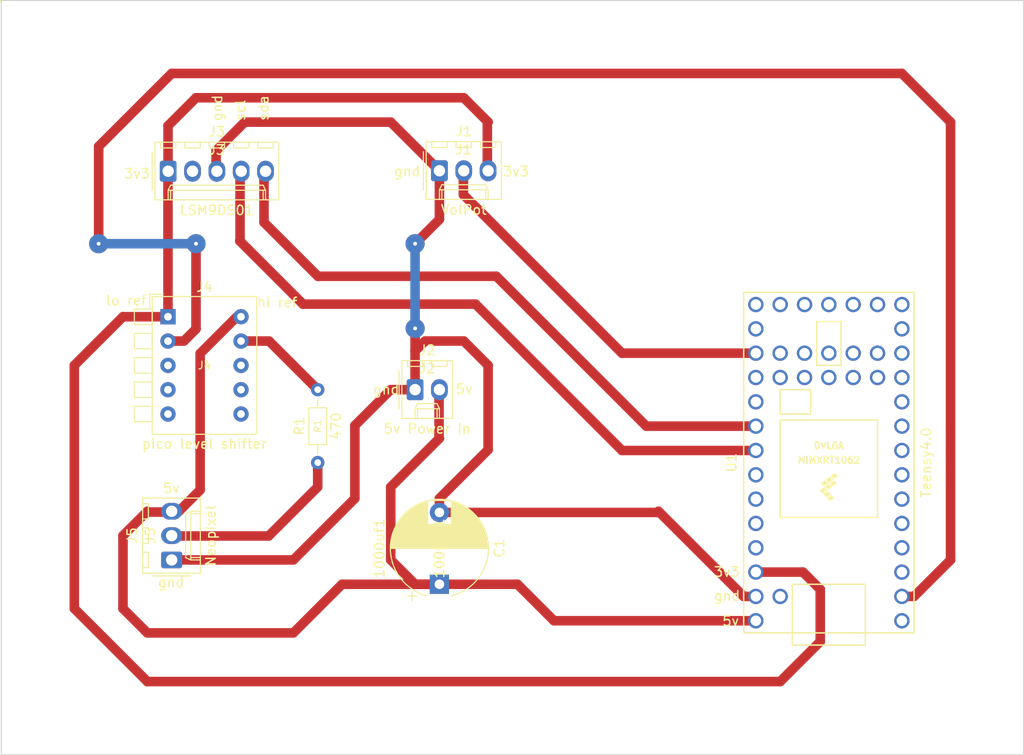
<source format=kicad_pcb>
(kicad_pcb (version 20211014) (generator pcbnew)
  (layers (0 "F.Cu" signal) (31 "B.Cu" signal) (34 "B.Paste" user) (35 "F.Paste" user) (36 "B.SilkS" user "B.Silkscreen") (37 "F.SilkS" user "F.Silkscreen") (38 "B.Mask" user) (39 "F.Mask" user) (44 "Edge.Cuts" user))
  (net 0 "")
  (net 38 "+3V3")
  (net 39 "GND")
  (net 40 "+5V")
  (net 41 "Net-(J1-Pad2)")
  (net 46 "Net-(J4-Pad2)")
  (net 48 "Net-(J5-Pad2)")
  (net 50 "Net-(J4-Pad9)")
  (net 51 "Net-(U1-Pad25)")
  (net 52 "Net-(U1-Pad26)")
  (footprint "Connector_Molex:Molex_KK-254_AE-6410-02A_1x02_P2.54mm_Vertical" (layer "F.Cu") (at 134.62 104.14)
    (fp_text reference "J2" (at 1.27 -4.12) (layer "F.SilkS"))
    (fp_text value "5v Power In" (at 1.27 4.08) (layer "F.SilkS"))
    (fp_text user "${REFERENCE}" (at 1.27 -2.22) (layer "F.SilkS"))
    (fp_line (start 3.92 -3.03) (end -1.38 -3.03) (layer "F.SilkS") (width 0.12))
    (fp_line (start 1.74 -3.03) (end 1.74 -2.43) (layer "F.SilkS") (width 0.12))
    (fp_line (start 0.25 1.46) (end 2.29 1.46) (layer "F.SilkS") (width 0.12))
    (fp_line (start 0 1.99) (end 0.25 1.46) (layer "F.SilkS") (width 0.12))
    (fp_line (start 2.29 2.99) (end 2.29 1.99) (layer "F.SilkS") (width 0.12))
    (fp_line (start 3.92 2.99) (end 3.92 -3.03) (layer "F.SilkS") (width 0.12))
    (fp_line (start 0 1.99) (end 2.54 1.99) (layer "F.SilkS") (width 0.12))
    (fp_line (start 0 2.99) (end 0 1.99) (layer "F.SilkS") (width 0.12))
    (fp_line (start 0.25 2.99) (end 0.25 1.99) (layer "F.SilkS") (width 0.12))
    (fp_line (start 3.34 -2.43) (end 3.34 -3.03) (layer "F.SilkS") (width 0.12))
    (fp_line (start -1.67 -2) (end -1.67 2) (layer "F.SilkS") (width 0.12))
    (fp_line (start 2.54 1.99) (end 2.54 2.99) (layer "F.SilkS") (width 0.12))
    (fp_line (start -0.8 -2.43) (end 0.8 -2.43) (layer "F.SilkS") (width 0.12))
    (fp_line (start 2.29 1.46) (end 2.54 1.99) (layer "F.SilkS") (width 0.12))
    (fp_line (start -1.38 -3.03) (end -1.38 2.99) (layer "F.SilkS") (width 0.12))
    (fp_line (start -1.38 2.99) (end 3.92 2.99) (layer "F.SilkS") (width 0.12))
    (fp_line (start 0.8 -2.43) (end 0.8 -3.03) (layer "F.SilkS") (width 0.12))
    (fp_line (start -0.8 -3.03) (end -0.8 -2.43) (layer "F.SilkS") (width 0.12))
    (fp_line (start 1.74 -2.43) (end 3.34 -2.43) (layer "F.SilkS") (width 0.12))
    (pad "1" thru_hole roundrect (at 0 0) (size 1.74 2.19) (drill 1.19) (layers *.Cu *.Mask) (roundrect_rratio 0.1436781609) (net 39 "GND"))
    (pad "2" thru_hole oval (at 2.54 0) (size 1.74 2.19) (drill 1.19) (layers *.Cu *.Mask) (net 40 "+5V"))
  )
  (footprint "Connector_Molex:Molex_KK-254_AE-6410-05A_1x05_P2.54mm_Vertical" (layer "F.Cu") (at 108.855081 81.327948)
    (fp_text reference "J3" (at 5.08 -4.12) (layer "F.SilkS"))
    (fp_text value "LSM9DS01" (at 5.08 4.08) (layer "F.SilkS"))
    (fp_text user "${REFERENCE}" (at 5.08 -2.22) (layer "F.SilkS"))
    (fp_line (start -1.67 -2) (end -1.67 2) (layer "F.SilkS") (width 0.12))
    (fp_line (start -1.38 2.99) (end 11.54 2.99) (layer "F.SilkS") (width 0.12))
    (fp_line (start 1.74 -3.03) (end 1.74 -2.43) (layer "F.SilkS") (width 0.12))
    (fp_line (start 6.82 -2.43) (end 8.42 -2.43) (layer "F.SilkS") (width 0.12))
    (fp_line (start 0 2.99) (end 0 1.99) (layer "F.SilkS") (width 0.12))
    (fp_line (start 9.36 -2.43) (end 10.96 -2.43) (layer "F.SilkS") (width 0.12))
    (fp_line (start 4.28 -3.03) (end 4.28 -2.43) (layer "F.SilkS") (width 0.12))
    (fp_line (start -0.8 -2.43) (end 0.8 -2.43) (layer "F.SilkS") (width 0.12))
    (fp_line (start 11.54 2.99) (end 11.54 -3.03) (layer "F.SilkS") (width 0.12))
    (fp_line (start 10.16 1.99) (end 10.16 2.99) (layer "F.SilkS") (width 0.12))
    (fp_line (start 0.25 2.99) (end 0.25 1.99) (layer "F.SilkS") (width 0.12))
    (fp_line (start 8.42 -2.43) (end 8.42 -3.03) (layer "F.SilkS") (width 0.12))
    (fp_line (start 10.96 -2.43) (end 10.96 -3.03) (layer "F.SilkS") (width 0.12))
    (fp_line (start 11.54 -3.03) (end -1.38 -3.03) (layer "F.SilkS") (width 0.12))
    (fp_line (start 0.8 -2.43) (end 0.8 -3.03) (layer "F.SilkS") (width 0.12))
    (fp_line (start 9.91 1.46) (end 10.16 1.99) (layer "F.SilkS") (width 0.12))
    (fp_line (start 5.88 -2.43) (end 5.88 -3.03) (layer "F.SilkS") (width 0.12))
    (fp_line (start -0.8 -3.03) (end -0.8 -2.43) (layer "F.SilkS") (width 0.12))
    (fp_line (start 6.82 -3.03) (end 6.82 -2.43) (layer "F.SilkS") (width 0.12))
    (fp_line (start 3.34 -2.43) (end 3.34 -3.03) (layer "F.SilkS") (width 0.12))
    (fp_line (start 0 1.99) (end 0.25 1.46) (layer "F.SilkS") (width 0.12))
    (fp_line (start 0 1.99) (end 10.16 1.99) (layer "F.SilkS") (width 0.12))
    (fp_line (start -1.38 -3.03) (end -1.38 2.99) (layer "F.SilkS") (width 0.12))
    (fp_line (start 1.74 -2.43) (end 3.34 -2.43) (layer "F.SilkS") (width 0.12))
    (fp_line (start 0.25 1.46) (end 9.91 1.46) (layer "F.SilkS") (width 0.12))
    (fp_line (start 9.36 -3.03) (end 9.36 -2.43) (layer "F.SilkS") (width 0.12))
    (fp_line (start 4.28 -2.43) (end 5.88 -2.43) (layer "F.SilkS") (width 0.12))
    (fp_line (start 9.91 2.99) (end 9.91 1.99) (layer "F.SilkS") (width 0.12))
    (pad "1" thru_hole roundrect (at 0 0) (size 1.74 2.19) (drill 1.19) (layers *.Cu *.Mask) (roundrect_rratio 0.1436781609) (net 38 "+3V3"))
    (pad "2" thru_hole oval (at 2.54 0) (size 1.74 2.19) (drill 1.19) (layers *.Cu *.Mask))
    (pad "3" thru_hole oval (at 5.08 0) (size 1.74 2.19) (drill 1.19) (layers *.Cu *.Mask) (net 39 "GND"))
    (pad "4" thru_hole oval (at 7.62 0) (size 1.74 2.19) (drill 1.19) (layers *.Cu *.Mask) (net 52 "Net-(U1-Pad26)"))
    (pad "5" thru_hole oval (at 10.16 0) (size 1.74 2.19) (drill 1.19) (layers *.Cu *.Mask) (net 51 "Net-(U1-Pad25)"))
  )
  (footprint "Resistor_THT:R_Axial_DIN0204_L3.6mm_D1.6mm_P7.62mm_Horizontal" (layer "F.Cu") (at 124.46 111.76 90)
    (fp_text reference "R1" (at 3.81 -1.92 90) (layer "F.SilkS"))
    (fp_text value "470" (at 3.81 1.92 90) (layer "F.SilkS"))
    (fp_text user "${REFERENCE}" (at 3.81 0 90) (layer "F.SilkS") (effects (font (size 0.72 0.72) (thickness 0.108))))
    (fp_line (start 1.89 -0.92) (end 1.89 0.92) (layer "F.SilkS") (width 0.12))
    (fp_line (start 6.68 0) (end 5.73 0) (layer "F.SilkS") (width 0.12))
    (fp_line (start 1.89 0.92) (end 5.73 0.92) (layer "F.SilkS") (width 0.12))
    (fp_line (start 0.94 0) (end 1.89 0) (layer "F.SilkS") (width 0.12))
    (fp_line (start 5.73 -0.92) (end 1.89 -0.92) (layer "F.SilkS") (width 0.12))
    (fp_line (start 5.73 0.92) (end 5.73 -0.92) (layer "F.SilkS") (width 0.12))
    (pad "1" thru_hole circle (at 0 0 90) (size 1.4 1.4) (drill 0.7) (layers *.Cu *.Mask) (net 48 "Net-(J5-Pad2)"))
    (pad "2" thru_hole oval (at 7.62 0 90) (size 1.4 1.4) (drill 0.7) (layers *.Cu *.Mask) (net 50 "Net-(J4-Pad9)"))
  )
  (footprint "Button_Switch_THT:SW_DIP_SPSTx05_Piano_10.8x14.26mm_W7.62mm_P2.54mm" (layer "F.Cu") (at 108.835 96.525)
    (fp_text reference "J4" (at 3.81 -3.11) (layer "F.SilkS"))
    (fp_text value "pico level shifter" (at 3.81 13.27) (layer "F.SilkS"))
    (fp_text user "${REFERENCE}" (at 3.81 5.08) (layer "F.SilkS") (effects (font (size 0.8 0.8) (thickness 0.12))))
    (fp_line (start -3.51 6.81) (end -3.51 8.43) (layer "F.SilkS") (width 0.12))
    (fp_line (start -1.65 9.35) (end -1.65 10.97) (layer "F.SilkS") (width 0.12))
    (fp_line (start -3.51 1.73) (end -3.51 3.35) (layer "F.SilkS") (width 0.12))
    (fp_line (start -3.51 0.81) (end -1.65 0.81) (layer "F.SilkS") (width 0.12))
    (fp_line (start -3.51 4.27) (end -1.65 4.27) (layer "F.SilkS") (width 0.12))
    (fp_line (start -3.51 -0.81) (end -3.51 0.81) (layer "F.SilkS") (width 0.12))
    (fp_line (start -1.65 6.81) (end -1.65 8.43) (layer "F.SilkS") (width 0.12))
    (fp_line (start -3.51 8.43) (end -1.65 8.43) (layer "F.SilkS") (width 0.12))
    (fp_line (start -1.65 -0.81) (end -1.65 0.81) (layer "F.SilkS") (width 0.12))
    (fp_line (start -1.65 4.27) (end -1.65 5.89) (layer "F.SilkS") (width 0.12))
    (fp_line (start -1.65 12.271) (end 9.27 12.271) (layer "F.SilkS") (width 0.12))
    (fp_line (start 9.27 -2.11) (end 9.27 12.271) (layer "F.SilkS") (width 0.12))
    (fp_line (start -3.51 9.35) (end -3.51 10.97) (layer "F.SilkS") (width 0.12))
    (fp_line (start -3.51 5.89) (end -1.65 5.89) (layer "F.SilkS") (width 0.12))
    (fp_line (start -1.65 -2.11) (end -1.65 12.271) (layer "F.SilkS") (width 0.12))
    (fp_line (start -1.89 -2.35) (end -1.89 -0.967) (layer "F.SilkS") (width 0.12))
    (fp_line (start -3.51 1.73) (end -1.65 1.73) (layer "F.SilkS") (width 0.12))
    (fp_line (start -3.51 9.35) (end -1.65 9.35) (layer "F.SilkS") (width 0.12))
    (fp_line (start -1.65 -2.11) (end 9.27 -2.11) (layer "F.SilkS") (width 0.12))
    (fp_line (start -3.51 4.27) (end -3.51 5.89) (layer "F.SilkS") (width 0.12))
    (fp_line (start -3.51 3.35) (end -1.65 3.35) (layer "F.SilkS") (width 0.12))
    (fp_line (start -1.89 -2.35) (end -0.507 -2.35) (layer "F.SilkS") (width 0.12))
    (fp_line (start -3.51 -0.81) (end -1.65 -0.81) (layer "F.SilkS") (width 0.12))
    (fp_line (start -3.51 10.97) (end -1.65 10.97) (layer "F.SilkS") (width 0.12))
    (fp_line (start -1.65 1.73) (end -1.65 3.35) (layer "F.SilkS") (width 0.12))
    (fp_line (start -3.51 6.81) (end -1.65 6.81) (layer "F.SilkS") (width 0.12))
    (pad "1" thru_hole rect (at 0 0) (size 1.6 1.6) (drill 0.8) (layers *.Cu *.Mask) (net 38 "+3V3"))
    (pad "2" thru_hole oval (at 0 2.54) (size 1.6 1.6) (drill 0.8) (layers *.Cu *.Mask) (net 46 "Net-(J4-Pad2)"))
    (pad "3" thru_hole oval (at 0 5.08) (size 1.6 1.6) (drill 0.8) (layers *.Cu *.Mask))
    (pad "4" thru_hole oval (at 0 7.62) (size 1.6 1.6) (drill 0.8) (layers *.Cu *.Mask))
    (pad "5" thru_hole oval (at 0 10.16) (size 1.6 1.6) (drill 0.8) (layers *.Cu *.Mask))
    (pad "6" thru_hole oval (at 7.62 10.16) (size 1.6 1.6) (drill 0.8) (layers *.Cu *.Mask))
    (pad "7" thru_hole oval (at 7.62 7.62) (size 1.6 1.6) (drill 0.8) (layers *.Cu *.Mask))
    (pad "8" thru_hole oval (at 7.62 5.08) (size 1.6 1.6) (drill 0.8) (layers *.Cu *.Mask))
    (pad "9" thru_hole oval (at 7.62 2.54) (size 1.6 1.6) (drill 0.8) (layers *.Cu *.Mask) (net 50 "Net-(J4-Pad9)"))
    (pad "10" thru_hole oval (at 7.62 0) (size 1.6 1.6) (drill 0.8) (layers *.Cu *.Mask) (net 40 "+5V"))
  )
  (footprint "Connector_Molex:Molex_KK-254_AE-6410-03A_1x03_P2.54mm_Vertical" (layer "F.Cu") (at 109.22 121.92 90)
    (fp_text reference "J5" (at 2.54 -4.12 90) (layer "F.SilkS"))
    (fp_text value "Neopixel" (at 2.54 4.08 90) (layer "F.SilkS"))
    (fp_text user "${REFERENCE}" (at 2.54 -2.22 90) (layer "F.SilkS"))
    (fp_line (start 5.08 1.99) (end 5.08 2.99) (layer "F.SilkS") (width 0.12))
    (fp_line (start 4.28 -2.43) (end 5.88 -2.43) (layer "F.SilkS") (width 0.12))
    (fp_line (start 5.88 -2.43) (end 5.88 -3.03) (layer "F.SilkS") (width 0.12))
    (fp_line (start 0 2.99) (end 0 1.99) (layer "F.SilkS") (width 0.12))
    (fp_line (start -1.38 2.99) (end 6.46 2.99) (layer "F.SilkS") (width 0.12))
    (fp_line (start 0.25 2.99) (end 0.25 1.99) (layer "F.SilkS") (width 0.12))
    (fp_line (start -1.38 -3.03) (end -1.38 2.99) (layer "F.SilkS") (width 0.12))
    (fp_line (start 4.28 -3.03) (end 4.28 -2.43) (layer "F.SilkS") (width 0.12))
    (fp_line (start -0.8 -2.43) (end 0.8 -2.43) (layer "F.SilkS") (width 0.12))
    (fp_line (start 0.25 1.46) (end 4.83 1.46) (layer "F.SilkS") (width 0.12))
    (fp_line (start -0.8 -3.03) (end -0.8 -2.43) (layer "F.SilkS") (width 0.12))
    (fp_line (start 1.74 -2.43) (end 3.34 -2.43) (layer "F.SilkS") (width 0.12))
    (fp_line (start 4.83 1.46) (end 5.08 1.99) (layer "F.SilkS") (width 0.12))
    (fp_line (start 0.8 -2.43) (end 0.8 -3.03) (layer "F.SilkS") (width 0.12))
    (fp_line (start 4.83 2.99) (end 4.83 1.99) (layer "F.SilkS") (width 0.12))
    (fp_line (start 6.46 -3.03) (end -1.38 -3.03) (layer "F.SilkS") (width 0.12))
    (fp_line (start -1.67 -2) (end -1.67 2) (layer "F.SilkS") (width 0.12))
    (fp_line (start 6.46 2.99) (end 6.46 -3.03) (layer "F.SilkS") (width 0.12))
    (fp_line (start 0 1.99) (end 0.25 1.46) (layer "F.SilkS") (width 0.12))
    (fp_line (start 0 1.99) (end 5.08 1.99) (layer "F.SilkS") (width 0.12))
    (fp_line (start 1.74 -3.03) (end 1.74 -2.43) (layer "F.SilkS") (width 0.12))
    (fp_line (start 3.34 -2.43) (end 3.34 -3.03) (layer "F.SilkS") (width 0.12))
    (pad "1" thru_hole roundrect (at 0 0 90) (size 1.74 2.19) (drill 1.19) (layers *.Cu *.Mask) (roundrect_rratio 0.1436781609) (net 39 "GND"))
    (pad "2" thru_hole oval (at 2.54 0 90) (size 1.74 2.19) (drill 1.19) (layers *.Cu *.Mask) (net 48 "Net-(J5-Pad2)"))
    (pad "3" thru_hole oval (at 5.08 0 90) (size 1.74 2.19) (drill 1.19) (layers *.Cu *.Mask) (net 40 "+5V"))
  )
  (footprint "teensy:Teensy40" (layer "F.Cu") (at 177.8 111.76 90)
    (fp_text reference "U1" (at 0 -10.16 90) (layer "F.SilkS"))
    (fp_text value "Teensy4.0" (at 0 10.16 90) (layer "F.SilkS"))
    (fp_text user "MIMXRT1062" (at 0.254 0) (layer "F.SilkS") (effects (font (size 0.7 0.7))))
    (fp_text user "DVL6A" (at 1.778 0) (layer "F.SilkS") (effects (font (size 0.7 0.7))))
    (fp_line (start -17.78 -8.89) (end 17.78 -8.89) (layer "F.SilkS") (width 0.15))
    (fp_line (start 17.78 8.89) (end -17.78 8.89) (layer "F.SilkS") (width 0.15))
    (fp_line (start -19.05 3.81) (end -19.05 -3.81) (layer "F.SilkS") (width 0.15))
    (fp_line (start -5.715 -5.08) (end -5.715 5.08) (layer "F.SilkS") (width 0.15))
    (fp_line (start 7.62 -5.08) (end 7.62 -1.905) (layer "F.SilkS") (width 0.15))
    (fp_line (start -12.7 -3.81) (end -17.78 -3.81) (layer "F.SilkS") (width 0.15))
    (fp_line (start -19.05 -3.81) (end -17.78 -3.81) (layer "F.SilkS") (width 0.15))
    (fp_line (start 7.62 -1.905) (end 5.08 -1.905) (layer "F.SilkS") (width 0.15))
    (fp_line (start 5.08 -5.08) (end 7.62 -5.08) (layer "F.SilkS") (width 0.15))
    (fp_line (start 10.16 1.27) (end 10.16 -1.27) (layer "F.SilkS") (width 0.15))
    (fp_line (start 14.732 -1.27) (end 14.732 1.27) (layer "F.SilkS") (width 0.15))
    (fp_line (start 4.445 -5.08) (end -5.715 -5.08) (layer "F.SilkS") (width 0.15))
    (fp_line (start -12.7 3.81) (end -12.7 -3.81) (layer "F.SilkS") (width 0.15))
    (fp_line (start 17.78 -8.89) (end 17.78 8.89) (layer "F.SilkS") (width 0.15))
    (fp_line (start 5.08 -1.905) (end 5.08 -5.08) (layer "F.SilkS") (width 0.15))
    (fp_line (start 4.445 5.08) (end 4.445 -5.08) (layer "F.SilkS") (width 0.15))
    (fp_line (start -12.7 3.81) (end -17.78 3.81) (layer "F.SilkS") (width 0.15))
    (fp_line (start 10.16 -1.27) (end 14.732 -1.27) (layer "F.SilkS") (width 0.15))
    (fp_line (start 4.445 5.08) (end -5.715 5.08) (layer "F.SilkS") (width 0.15))
    (fp_line (start -17.78 3.81) (end -19.05 3.81) (layer "F.SilkS") (width 0.15))
    (fp_line (start 14.732 1.27) (end 10.16 1.27) (layer "F.SilkS") (width 0.15))
    (fp_line (start -17.78 8.89) (end -17.78 -8.89) (layer "F.SilkS") (width 0.15))
    (fp_poly (pts (xy -1.651 0.508) (xy -1.397 0.254) (xy -1.143 0.635) (xy -1.397 0.889)) (layer "F.SilkS") (width 0.1) (fill solid))
    (fp_poly (pts (xy -2.413 0.381) (xy -2.159 0.127) (xy -1.905 0.508) (xy -2.159 0.762)) (layer "F.SilkS") (width 0.1) (fill solid))
    (fp_poly (pts (xy -2.413 -0.508) (xy -2.159 -0.762) (xy -1.905 -0.381) (xy -2.159 -0.127)) (layer "F.SilkS") (width 0.1) (fill solid))
    (fp_poly (pts (xy -3.556 -0.254) (xy -3.302 -0.508) (xy -3.048 -0.127) (xy -3.302 0.127)) (layer "F.SilkS") (width 0.1) (fill solid))
    (fp_poly (pts (xy -3.175 -0.635) (xy -2.921 -0.889) (xy -2.667 -0.508) (xy -2.921 -0.254)) (layer "F.SilkS") (width 0.1) (fill solid))
    (fp_poly (pts (xy -3.937 0.127) (xy -3.683 -0.127) (xy -3.429 0.254) (xy -3.683 0.508)) (layer "F.SilkS") (width 0.1) (fill solid))
    (fp_poly (pts (xy -2.032 0) (xy -1.778 -0.254) (xy -1.524 0.127) (xy -1.778 0.381)) (layer "F.SilkS") (width 0.1) (fill solid))
    (fp_poly (pts (xy -2.794 -0.127) (xy -2.54 -0.381) (xy -2.286 0) (xy -2.54 0.254)) (layer "F.SilkS") (width 0.1) (fill solid))
    (pad "1" thru_hole circle locked (at -16.51 7.62 90) (size 1.6 1.6) (drill 1.1) (layers *.Cu *.Mask))
    (pad "2" thru_hole circle locked (at -13.97 7.62 90) (size 1.6 1.6) (drill 1.1) (layers *.Cu *.Mask) (net 46 "Net-(J4-Pad2)"))
    (pad "3" thru_hole circle locked (at -11.43 7.62 90) (size 1.6 1.6) (drill 1.1) (layers *.Cu *.Mask))
    (pad "4" thru_hole circle locked (at -8.89 7.62 90) (size 1.6 1.6) (drill 1.1) (layers *.Cu *.Mask))
    (pad "5" thru_hole circle locked (at -6.35 7.62 90) (size 1.6 1.6) (drill 1.1) (layers *.Cu *.Mask))
    (pad "6" thru_hole circle locked (at -3.81 7.62 90) (size 1.6 1.6) (drill 1.1) (layers *.Cu *.Mask))
    (pad "7" thru_hole circle locked (at -1.27 7.62 90) (size 1.6 1.6) (drill 1.1) (layers *.Cu *.Mask))
    (pad "8" thru_hole circle locked (at 1.27 7.62 90) (size 1.6 1.6) (drill 1.1) (layers *.Cu *.Mask))
    (pad "9" thru_hole circle locked (at 3.81 7.62 90) (size 1.6 1.6) (drill 1.1) (layers *.Cu *.Mask))
    (pad "10" thru_hole circle locked (at 6.35 7.62 90) (size 1.6 1.6) (drill 1.1) (layers *.Cu *.Mask))
    (pad "11" thru_hole circle locked (at 8.89 7.62 90) (size 1.6 1.6) (drill 1.1) (layers *.Cu *.Mask))
    (pad "12" thru_hole circle locked (at 11.43 7.62 90) (size 1.6 1.6) (drill 1.1) (layers *.Cu *.Mask))
    (pad "13" thru_hole circle locked (at 13.97 7.62 90) (size 1.6 1.6) (drill 1.1) (layers *.Cu *.Mask))
    (pad "14" thru_hole circle locked (at 16.51 7.62 90) (size 1.6 1.6) (drill 1.1) (layers *.Cu *.Mask))
    (pad "15" thru_hole circle locked (at 16.51 5.08 90) (size 1.6 1.6) (drill 1.1) (layers *.Cu *.Mask))
    (pad "16" thru_hole circle locked (at 16.51 2.54 90) (size 1.6 1.6) (drill 1.1) (layers *.Cu *.Mask))
    (pad "17" thru_hole circle locked (at 16.51 0 90) (size 1.6 1.6) (drill 1.1) (layers *.Cu *.Mask))
    (pad "18" thru_hole circle locked (at 16.51 -2.54 90) (size 1.6 1.6) (drill 1.1) (layers *.Cu *.Mask))
    (pad "19" thru_hole circle locked (at 16.51 -5.08 90) (size 1.6 1.6) (drill 1.1) (layers *.Cu *.Mask))
    (pad "20" thru_hole circle locked (at 16.51 -7.62 90) (size 1.6 1.6) (drill 1.1) (layers *.Cu *.Mask))
    (pad "21" thru_hole circle locked (at 13.97 -7.62 90) (size 1.6 1.6) (drill 1.1) (layers *.Cu *.Mask))
    (pad "22" thru_hole circle locked (at 11.43 -7.62 90) (size 1.6 1.6) (drill 1.1) (layers *.Cu *.Mask) (net 41 "Net-(J1-Pad2)"))
    (pad "23" thru_hole circle locked (at 8.89 -7.62 90) (size 1.6 1.6) (drill 1.1) (layers *.Cu *.Mask))
    (pad "24" thru_hole circle locked (at 6.35 -7.62 90) (size 1.6 1.6) (drill 1.1) (layers *.Cu *.Mask))
    (pad "25" thru_hole circle locked (at 3.81 -7.62 90) (size 1.6 1.6) (drill 1.1) (layers *.Cu *.Mask) (net 51 "Net-(U1-Pad25)"))
    (pad "26" thru_hole circle locked (at 1.27 -7.62 90) (size 1.6 1.6) (drill 1.1) (layers *.Cu *.Mask) (net 52 "Net-(U1-Pad26)"))
    (pad "27" thru_hole circle locked (at -1.27 -7.62 90) (size 1.6 1.6) (drill 1.1) (layers *.Cu *.Mask))
    (pad "28" thru_hole circle locked (at -3.81 -7.62 90) (size 1.6 1.6) (drill 1.1) (layers *.Cu *.Mask))
    (pad "29" thru_hole circle locked (at -6.35 -7.62 90) (size 1.6 1.6) (drill 1.1) (layers *.Cu *.Mask))
    (pad "30" thru_hole circle locked (at -8.89 -7.62 90) (size 1.6 1.6) (drill 1.1) (layers *.Cu *.Mask))
    (pad "31" thru_hole circle locked (at -11.43 -7.62 90) (size 1.6 1.6) (drill 1.1) (layers *.Cu *.Mask) (net 38 "+3V3"))
    (pad "32" thru_hole circle locked (at -13.97 -7.62 90) (size 1.6 1.6) (drill 1.1) (layers *.Cu *.Mask) (net 39 "GND"))
    (pad "33" thru_hole circle locked (at -16.51 -7.62 90) (size 1.6 1.6) (drill 1.1) (layers *.Cu *.Mask) (net 40 "+5V"))
    (pad "34" thru_hole circle locked (at -13.97 -5.08 90) (size 1.6 1.6) (drill 1.1) (layers *.Cu *.Mask))
    (pad "35" thru_hole circle locked (at 11.43 -5.08 90) (size 1.6 1.6) (drill 1.1) (layers *.Cu *.Mask))
    (pad "36" thru_hole circle locked (at 8.89 -5.08 90) (size 1.6 1.6) (drill 1.1) (layers *.Cu *.Mask))
    (pad "37" thru_hole circle locked (at 11.43 -2.54 90) (size 1.6 1.6) (drill 1.1) (layers *.Cu *.Mask))
    (pad "38" thru_hole circle locked (at 8.89 -2.54 90) (size 1.6 1.6) (drill 1.1) (layers *.Cu *.Mask))
    (pad "39" thru_hole circle locked (at 11.43 0 90) (size 1.6 1.6) (drill 1.1) (layers *.Cu *.Mask))
    (pad "40" thru_hole circle locked (at 8.89 0 90) (size 1.6 1.6) (drill 1.1) (layers *.Cu *.Mask))
    (pad "41" thru_hole circle locked (at 11.43 2.54 90) (size 1.6 1.6) (drill 1.1) (layers *.Cu *.Mask))
    (pad "42" thru_hole circle locked (at 8.89 2.54 90) (size 1.6 1.6) (drill 1.1) (layers *.Cu *.Mask))
    (pad "43" thru_hole circle locked (at 11.43 5.08 90) (size 1.6 1.6) (drill 1.1) (layers *.Cu *.Mask))
    (pad "44" thru_hole circle locked (at 8.89 5.08 90) (size 1.6 1.6) (drill 1.1) (layers *.Cu *.Mask))
  )
  (footprint "Capacitor_THT:CP_Radial_D10.0mm_P7.50mm" (layer "F.Cu") (at 137.16 124.46 90)
    (fp_text reference "1000uf1" (at 3.75 -6.25 90) (layer "F.SilkS"))
    (fp_text value "C1" (at 3.75 6.25 90) (layer "F.SilkS"))
    (fp_text user "${REFERENCE}" (at 3.75 0 90) (layer "F.SilkS"))
    (fp_line (start 6.991 1.241) (end 6.991 3.925) (layer "F.SilkS") (width 0.12))
    (fp_line (start 6.791 1.241) (end 6.791 4.08) (layer "F.SilkS") (width 0.12))
    (fp_line (start 7.751 -3.156) (end 7.751 -1.241) (layer "F.SilkS") (width 0.12))
    (fp_line (start 3.79 -5.08) (end 3.79 5.08) (layer "F.SilkS") (width 0.12))
    (fp_line (start 7.391 -3.561) (end 7.391 -1.241) (layer "F.SilkS") (width 0.12))
    (fp_line (start 8.071 -2.709) (end 8.071 -1.241) (layer "F.SilkS") (width 0.12))
    (fp_line (start 7.271 -3.679) (end 7.271 -1.241) (layer "F.SilkS") (width 0.12))
    (fp_line (start 5.831 -4.639) (end 5.831 4.639) (layer "F.SilkS") (width 0.12))
    (fp_line (start 8.551 1.241) (end 8.551 1.742) (layer "F.SilkS") (width 0.12))
    (fp_line (start 4.751 -4.982) (end 4.751 4.982) (layer "F.SilkS") (width 0.12))
    (fp_line (start 7.511 -3.436) (end 7.511 -1.241) (layer "F.SilkS") (width 0.12))
    (fp_line (start 4.911 -4.947) (end 4.911 4.947) (layer "F.SilkS") (width 0.12))
    (fp_line (start 3.91 -5.078) (end 3.91 5.078) (layer "F.SilkS") (width 0.12))
    (fp_line (start 5.231 -4.862) (end 5.231 4.862) (layer "F.SilkS") (width 0.12))
    (fp_line (start 6.311 1.241) (end 6.311 4.395) (layer "F.SilkS") (width 0.12))
    (fp_line (start 5.911 -4.603) (end 5.911 4.603) (layer "F.SilkS") (width 0.12))
    (fp_line (start 4.791 -4.974) (end 4.791 4.974) (layer "F.SilkS") (width 0.12))
    (fp_line (start 8.071 1.241) (end 8.071 2.709) (layer "F.SilkS") (width 0.12))
    (fp_line (start 8.591 1.241) (end 8.591 1.63) (layer "F.SilkS") (width 0.12))
    (fp_line (start 7.031 -3.892) (end 7.031 -1.241) (layer "F.SilkS") (width 0.12))
    (fp_line (start 7.951 1.241) (end 7.951 2.889) (layer "F.SilkS") (width 0.12))
    (fp_line (start 6.231 -4.44) (end 6.231 4.44) (layer "F.SilkS") (width 0.12))
    (fp_line (start 8.591 -1.63) (end 8.591 -1.241) (layer "F.SilkS") (width 0.12))
    (fp_line (start 7.671 1.241) (end 7.671 3.254) (layer "F.SilkS") (width 0.12))
    (fp_line (start 4.43 -5.035) (end 4.43 5.035) (layer "F.SilkS") (width 0.12))
    (fp_line (start 8.551 -1.742) (end 8.551 -1.241) (layer "F.SilkS") (width 0.12))
    (fp_line (start 7.911 1.241) (end 7.911 2.945) (layer "F.SilkS") (width 0.12))
    (fp_line (start 5.351 -4.824) (end 5.351 4.824) (layer "F.SilkS") (width 0.12))
    (fp_line (start 7.111 1.241) (end 7.111 3.824) (layer "F.SilkS") (width 0.12))
    (fp_line (start 6.071 -4.525) (end 6.071 4.525) (layer "F.SilkS") (width 0.12))
    (fp_line (start 7.311 -3.64) (end 7.311 -1.241) (layer "F.SilkS") (width 0.12))
    (fp_line (start 7.231 -3.716) (end 7.231 -1.241) (layer "F.SilkS") (width 0.12))
    (fp_line (start 4.23 -5.058) (end 4.23 5.058) (layer "F.SilkS") (width 0.12))
    (fp_line (start 6.471 -4.298) (end 6.471 -1.241) (layer "F.SilkS") (width 0.12))
    (fp_line (start 7.711 -3.206) (end 7.711 -1.241) (layer "F.SilkS") (width 0.12))
    (fp_line (start 6.831 -4.05) (end 6.831 -1.241) (layer "F.SilkS") (width 0.12))
    (fp_line (start 7.631 1.241) (end 7.631 3.301) (layer "F.SilkS") (width 0.12))
    (fp_line (start 8.431 1.241) (end 8.431 2.037) (layer "F.SilkS") (width 0.12))
    (fp_line (start 6.551 -4.247) (end 6.551 -1.241) (layer "F.SilkS") (width 0.12))
    (fp_line (start 4.27 -5.054) (end 4.27 5.054) (layer "F.SilkS") (width 0.12))
    (fp_line (start 6.471 1.241) (end 6.471 4.298) (layer "F.SilkS") (width 0.12))
    (fp_line (start 7.591 1.241) (end 7.591 3.347) (layer "F.SilkS") (width 0.12))
    (fp_line (start 5.591 -4.738) (end 5.591 4.738) (layer "F.SilkS") (width 0.12))
    (fp_line (start 6.391 -4.347) (end 6.391 -1.241) (layer "F.SilkS") (width 0.12))
    (fp_line (start 8.111 -2.645) (end 8.111 -1.241) (layer "F.SilkS") (width 0.12))
    (fp_line (start 7.791 -3.106) (end 7.791 -1.241) (layer "F.SilkS") (width 0.12))
    (fp_line (start 5.551 -4.754) (end 5.551 4.754) (layer "F.SilkS") (width 0.12))
    (fp_line (start 7.551 1.241) (end 7.551 3.392) (layer "F.SilkS") (width 0.12))
    (fp_line (start 5.311 -4.837) (end 5.311 4.837) (layer "F.SilkS") (width 0.12))
    (fp_line (start 7.191 1.241) (end 7.191 3.753) (layer "F.SilkS") (width 0.12))
    (fp_line (start 8.831 -0.599) (end 8.831 0.599) (layer "F.SilkS") (width 0.12))
    (fp_line (start 6.351 -4.371) (end 6.351 -1.241) (layer "F.SilkS") (width 0.12))
    (fp_line (start 8.471 1.241) (end 8.471 1.944) (layer "F.SilkS") (width 0.12))
    (fp_line (start 8.231 1.241) (end 8.231 2.439) (layer "F.SilkS") (width 0.12))
    (fp_line (start 7.911 -2.945) (end 7.911 -1.241) (layer "F.SilkS") (width 0.12))
    (fp_line (start 7.351 -3.601) (end 7.351 -1.241) (layer "F.SilkS") (width 0.12))
    (fp_line (start 7.391 1.241) (end 7.391 3.561) (layer "F.SilkS") (width 0.12))
    (fp_line (start 4.831 -4.965) (end 4.831 4.965) (layer "F.SilkS") (width 0.12))
    (fp_line (start 8.631 1.241) (end 8.631 1.51) (layer "F.SilkS") (width 0.12))
    (fp_line (start 7.831 1.241) (end 7.831 3.054) (layer "F.SilkS") (width 0.12))
    (fp_line (start 8.791 -0.862) (end 8.791 0.862) (layer "F.SilkS") (width 0.12))
    (fp_line (start -1.729646 -2.875) (end -0.729646 -2.875) (layer "F.SilkS") (width 0.12))
    (fp_line (start 6.791 -4.08) (end 6.791 -1.241) (layer "F.SilkS") (width 0.12))
    (fp_line (start 3.87 -5.079) (end 3.87 5.079) (layer "F.SilkS") (width 0.12))
    (fp_line (start 6.991 -3.925) (end 6.991 -1.241) (layer "F.SilkS") (width 0.12))
    (fp_line (start 5.431 -4.797) (end 5.431 4.797) (layer "F.SilkS") (width 0.12))
    (fp_line (start 8.671 1.241) (end 8.671 1.378) (layer "F.SilkS") (width 0.12))
    (fp_line (start 4.31 -5.05) (end 4.31 5.05) (layer "F.SilkS") (width 0.12))
    (fp_line (start 6.551 1.241) (end 6.551 4.247) (layer "F.SilkS") (width 0.12))
    (fp_line (start 5.471 -4.783) (end 5.471 4.783) (layer "F.SilkS") (width 0.12))
    (fp_line (start 6.151 -4.483) (end 6.151 4.483) (layer "F.SilkS") (width 0.12))
    (fp_line (start 5.191 -4.874) (end 5.191 4.874) (layer "F.SilkS") (width 0.12))
    (fp_line (start 6.711 1.241) (end 6.711 4.138) (layer "F.SilkS") (width 0.12))
    (fp_line (start 3.99 -5.075) (end 3.99 5.075) (layer "F.SilkS") (width 0.12))
    (fp_line (start 8.351 -2.209) (end 8.351 -1.241) (layer "F.SilkS") (width 0.12))
    (fp_line (start 7.151 1.241) (end 7.151 3.789) (layer "F.SilkS") (width 0.12))
    (fp_line (start -1.229646 -3.375) (end -1.229646 -2.375) (layer "F.SilkS") (width 0.12))
    (fp_line (start 7.951 -2.889) (end 7.951 -1.241) (layer "F.SilkS") (width 0.12))
    (fp_line (start 7.591 -3.347) (end 7.591 -1.241) (layer "F.SilkS") (width 0.12))
    (fp_line (start 8.111 1.241) (end 8.111 2.645) (layer "F.SilkS") (width 0.12))
    (fp_line (start 8.151 -2.579) (end 8.151 -1.241) (layer "F.SilkS") (width 0.12))
    (fp_line (start 6.191 -4.462) (end 6.191 4.462) (layer "F.SilkS") (width 0.12))
    (fp_line (start 6.831 1.241) (end 6.831 4.05) (layer "F.SilkS") (width 0.12))
    (fp_line (start 6.511 -4.273) (end 6.511 -1.241) (layer "F.SilkS") (width 0.12))
    (fp_line (start 7.631 -3.301) (end 7.631 -1.241) (layer "F.SilkS") (width 0.12))
    (fp_line (start 8.631 -1.51) (end 8.631 -1.241) (layer "F.SilkS") (width 0.12))
    (fp_line (start 7.311 1.241) (end 7.311 3.64) (layer "F.SilkS") (width 0.12))
    (fp_line (start 6.431 -4.323) (end 6.431 -1.241) (layer "F.SilkS") (width 0.12))
    (fp_line (start 8.031 1.241) (end 8.031 2.77) (layer "F.SilkS") (width 0.12))
    (fp_line (start 7.991 1.241) (end 7.991 2.83) (layer "F.SilkS") (width 0.12))
    (fp_line (start 4.871 -4.956) (end 4.871 4.956) (layer "F.SilkS") (width 0.12))
    (fp_line (start 7.471 1.241) (end 7.471 3.478) (layer "F.SilkS") (width 0.12))
    (fp_line (start 7.431 -3.52) (end 7.431 -1.241) (layer "F.SilkS") (width 0.12))
    (fp_line (start 4.471 -5.03) (end 4.471 5.03) (layer "F.SilkS") (width 0.12))
    (fp_line (start 6.511 1.241) (end 6.511 4.273) (layer "F.SilkS") (width 0.12))
    (fp_line (start 7.791 1.241) (end 7.791 3.106) (layer "F.SilkS") (width 0.12))
    (fp_line (start 5.991 -4.564) (end 5.991 4.564) (layer "F.SilkS") (width 0.12))
    (fp_line (start 6.871 1.241) (end 6.871 4.02) (layer "F.SilkS") (width 0.12))
    (fp_line (start 4.991 -4.928) (end 4.991 4.928) (layer "F.SilkS") (width 0.12))
    (fp_line (start 8.391 1.241) (end 8.391 2.125) (layer "F.SilkS") (width 0.12))
    (fp_line (start 6.111 -4.504) (end 6.111 4.504) (layer "F.SilkS") (width 0.12))
    (fp_line (start 5.751 -4.674) (end 5.751 4.674) (layer "F.SilkS") (width 0.12))
    (fp_line (start 4.711 -4.99) (end 4.711 4.99) (layer "F.SilkS") (width 0.12))
    (fp_line (start 4.11 -5.068) (end 4.11 5.068) (layer "F.SilkS") (width 0.12))
    (fp_line (start 5.631 -4.723) (end 5.631 4.723) (layer "F.SilkS") (width 0.12))
    (fp_line (start 8.271 1.241) (end 8.271 2.365) (layer "F.SilkS") (width 0.12))
    (fp_line (start 4.631 -5.004) (end 4.631 5.004) (layer "F.SilkS") (width 0.12))
    (fp_line (start 7.191 -3.753) (end 7.191 -1.241) (layer "F.SilkS") (width 0.12))
    (fp_line (start 8.311 -2.289) (end 8.311 -1.241) (layer "F.SilkS") (width 0.12))
    (fp_line (start 4.19 -5.062) (end 4.19 5.062) (layer "F.SilkS") (width 0.12))
    (fp_line (start 6.271 1.241) (end 6.271 4.417) (layer "F.SilkS") (width 0.12))
    (fp_line (start 4.07 -5.07) (end 4.07 5.07) (layer "F.SilkS") (width 0.12))
    (fp_line (start 4.511 -5.024) (end 4.511 5.024) (layer "F.SilkS") (width 0.12))
    (fp_line (start 6.671 1.241) (end 6.671 4.166) (layer "F.SilkS") (width 0.12))
    (fp_line (start 5.951 -4.584) (end 5.951 4.584) (layer "F.SilkS") (width 0.12))
    (fp_line (start 6.711 -4.138) (end 6.711 -1.241) (layer "F.SilkS") (width 0.12))
    (fp_line (start 6.631 1.241) (end 6.631 4.194) (layer "F.SilkS") (width 0.12))
    (fp_line (start 7.671 -3.254) (end 7.671 -1.241) (layer "F.SilkS") (width 0.12))
    (fp_line (start 6.751 1.241) (end 6.751 4.11) (layer "F.SilkS") (width 0.12))
    (fp_line (start 6.751 -4.11) (end 6.751 -1.241) (layer "F.SilkS") (width 0.12))
    (fp_line (start 5.391 -4.811) (end 5.391 4.811) (layer "F.SilkS") (width 0.12))
    (fp_line (start 3.95 -5.077) (end 3.95 5.077) (layer "F.SilkS") (width 0.12))
    (fp_line (start 3.83 -5.08) (end 3.83 5.08) (layer "F.SilkS") (width 0.12))
    (fp_line (start 6.591 1.241) (end 6.591 4.221) (layer "F.SilkS") (width 0.12))
    (fp_line (start 7.071 -3.858) (end 7.071 -1.241) (layer "F.SilkS") (width 0.12))
    (fp_line (start 7.751 1.241) (end 7.751 3.156) (layer "F.SilkS") (width 0.12))
    (fp_line (start 5.791 -4.657) (end 5.791 4.657) (layer "F.SilkS") (width 0.12))
    (fp_line (start 7.471 -3.478) (end 7.471 -1.241) (layer "F.SilkS") (width 0.12))
    (fp_line (start 4.35 -5.045) (end 4.35 5.045) (layer "F.SilkS") (width 0.12))
    (fp_line (start 5.511 -4.768) (end 5.511 4.768) (layer "F.SilkS") (width 0.12))
    (fp_line (start 5.871 -4.621) (end 5.871 4.621) (layer "F.SilkS") (width 0.12))
    (fp_line (start 7.711 1.241) (end 7.711 3.206) (layer "F.SilkS") (width 0.12))
    (fp_line (start 3.75 -5.08) (end 3.75 5.08) (layer "F.SilkS") (width 0.12))
    (fp_line (start 7.991 -2.83) (end 7.991 -1.241) (layer "F.SilkS") (width 0.12))
    (fp_line (start 7.151 -3.789) (end 7.151 -1.241) (layer "F.SilkS") (width 0.12))
    (fp_line (start 8.351 1.241) (end 8.351 2.209) (layer "F.SilkS") (width 0.12))
    (fp_line (start 7.831 -3.054) (end 7.831 -1.241) (layer "F.SilkS") (width 0.12))
    (fp_line (start 7.111 -3.824) (end 7.111 -1.241) (layer "F.SilkS") (width 0.12))
    (fp_line (start 6.391 1.241) (end 6.391 4.347) (layer "F.SilkS") (width 0.12))
    (fp_line (start 5.031 -4.918) (end 5.031 4.918) (layer "F.SilkS") (width 0.12))
    (fp_line (start 7.871 -3) (end 7.871 -1.241) (layer "F.SilkS") (width 0.12))
    (fp_line (start 8.311 1.241) (end 8.311 2.289) (layer "F.SilkS") (width 0.12))
    (fp_line (start 8.191 1.241) (end 8.191 2.51) (layer "F.SilkS") (width 0.12))
    (fp_line (start 5.271 -4.85) (end 5.271 4.85) (layer "F.SilkS") (width 0.12))
    (fp_line (start 8.471 -1.944) (end 8.471 -1.241) (layer "F.SilkS") (width 0.12))
    (fp_line (start 6.951 -3.957) (end 6.951 -1.241) (layer "F.SilkS") (width 0.12))
    (fp_line (start 4.39 -5.04) (end 4.39 5.04) (layer "F.SilkS") (width 0.12))
    (fp_line (start 5.711 -4.69) (end 5.711 4.69) (layer "F.SilkS") (width 0.12))
    (fp_line (start 4.591 -5.011) (end 4.591 5.011) (layer "F.SilkS") (width 0.12))
    (fp_line (start 7.431 1.241) (end 7.431 3.52) (layer "F.SilkS") (width 0.12))
    (fp_line (start 8.191 -2.51) (end 8.191 -1.241) (layer "F.SilkS") (width 0.12))
    (fp_line (start 5.111 -4.897) (end 5.111 4.897) (layer "F.SilkS") (width 0.12))
    (fp_line (start 6.311 -4.395) (end 6.311 -1.241) (layer "F.SilkS") (width 0.12))
    (fp_line (start 6.271 -4.417) (end 6.271 -1.241) (layer "F.SilkS") (width 0.12))
    (fp_line (start 8.231 -2.439) (end 8.231 -1.241) (layer "F.SilkS") (width 0.12))
    (fp_line (start 6.631 -4.194) (end 6.631 -1.241) (layer "F.SilkS") (width 0.12))
    (fp_line (start 5.071 -4.907) (end 5.071 4.907) (layer "F.SilkS") (width 0.12))
    (fp_line (start 7.231 1.241) (end 7.231 3.716) (layer "F.SilkS") (width 0.12))
    (fp_line (start 6.351 1.241) (end 6.351 4.371) (layer "F.SilkS") (width 0.12))
    (fp_line (start 7.071 1.241) (end 7.071 3.858) (layer "F.SilkS") (width 0.12))
    (fp_line (start 6.911 -3.989) (end 6.911 -1.241) (layer "F.SilkS") (width 0.12))
    (fp_line (start 8.751 -1.062) (end 8.751 1.062) (layer "F.SilkS") (width 0.12))
    (fp_line (start 6.431 1.241) (end 6.431 4.323) (layer "F.SilkS") (width 0.12))
    (fp_line (start 7.871 1.241) (end 7.871 3) (layer "F.SilkS") (width 0.12))
    (fp_line (start 4.671 -4.997) (end 4.671 4.997) (layer "F.SilkS") (width 0.12))
    (fp_line (start 5.671 -4.707) (end 5.671 4.707) (layer "F.SilkS") (width 0.12))
    (fp_line (start 6.031 -4.545) (end 6.031 4.545) (layer "F.SilkS") (width 0.12))
    (fp_line (start 4.951 -4.938) (end 4.951 4.938) (layer "F.SilkS") (width 0.12))
    (fp_line (start 7.031 1.241) (end 7.031 3.892) (layer "F.SilkS") (width 0.12))
    (fp_line (start 8.151 1.241) (end 8.151 2.579) (layer "F.SilkS") (width 0.12))
    (fp_line (start 8.391 -2.125) (end 8.391 -1.241) (layer "F.SilkS") (width 0.12))
    (fp_line (start 8.511 1.241) (end 8.511 1.846) (layer "F.SilkS") (width 0.12))
    (fp_line (start 4.551 -5.018) (end 4.551 5.018) (layer "F.SilkS") (width 0.12))
    (fp_line (start 8.031 -2.77) (end 8.031 -1.241) (layer "F.SilkS") (width 0.12))
    (fp_line (start 6.591 -4.221) (end 6.591 -1.241) (layer "F.SilkS") (width 0.12))
    (fp_line (start 7.551 -3.392) (end 7.551 -1.241) (layer "F.SilkS") (width 0.12))
    (fp_line (start 5.151 -4.885) (end 5.151 4.885) (layer "F.SilkS") (width 0.12))
    (fp_line (start 4.03 -5.073) (end 4.03 5.073) (layer "F.SilkS") (width 0.12))
    (fp_line (start 7.351 1.241) (end 7.351 3.601) (layer "F.SilkS") (width 0.12))
    (fp_line (start 4.15 -5.065) (end 4.15 5.065) (layer "F.SilkS") (width 0.12))
    (fp_line (start 8.431 -2.037) (end 8.431 -1.241) (layer "F.SilkS") (width 0.12))
    (fp_line (start 6.871 -4.02) (end 6.871 -1.241) (layer "F.SilkS") (width 0.12))
    (fp_line (start 8.511 -1.846) (end 8.511 -1.241) (layer "F.SilkS") (width 0.12))
    (fp_line (start 6.671 -4.166) (end 6.671 -1.241) (layer "F.SilkS") (width 0.12))
    (fp_line (start 6.951 1.241) (end 6.951 3.957) (layer "F.SilkS") (width 0.12))
    (fp_line (start 6.911 1.241) (end 6.911 3.989) (layer "F.SilkS") (width 0.12))
    (fp_line (start 7.511 1.241) (end 7.511 3.436) (layer "F.SilkS") (width 0.12))
    (fp_line (start 8.271 -2.365) (end 8.271 -1.241) (layer "F.SilkS") (width 0.12))
    (fp_line (start 7.271 1.241) (end 7.271 3.679) (layer "F.SilkS") (width 0.12))
    (fp_line (start 8.671 -1.378) (end 8.671 -1.241) (layer "F.SilkS") (width 0.12))
    (fp_arc (start -1.21254 -1.26) (mid 8.87 0) (end -1.21254 1.26) (layer "F.SilkS") (width 0.12))
    (pad "1" thru_hole rect (at 0 0 90) (size 2 2) (drill 1) (layers *.Cu *.Mask) (net 40 "+5V"))
    (pad "2" thru_hole circle (at 7.5 0 90) (size 2 2) (drill 1) (layers *.Cu *.Mask) (net 39 "GND"))
  )
  (footprint "Connector_Molex:Molex_KK-254_AE-6410-03A_1x03_P2.54mm_Vertical" (layer "F.Cu") (at 137.16 81.28)
    (fp_text reference "J1" (at 2.54 -4.12) (layer "F.SilkS"))
    (fp_text value "VolPot" (at 2.54 4.08) (layer "F.SilkS"))
    (fp_text user "${REFERENCE}" (at 2.54 -2.22) (layer "F.SilkS"))
    (fp_line (start 1.74 -2.43) (end 3.34 -2.43) (layer "F.SilkS") (width 0.12))
    (fp_line (start -1.38 2.99) (end 6.46 2.99) (layer "F.SilkS") (width 0.12))
    (fp_line (start -1.67 -2) (end -1.67 2) (layer "F.SilkS") (width 0.12))
    (fp_line (start -0.8 -2.43) (end 0.8 -2.43) (layer "F.SilkS") (width 0.12))
    (fp_line (start 3.34 -2.43) (end 3.34 -3.03) (layer "F.SilkS") (width 0.12))
    (fp_line (start 0 2.99) (end 0 1.99) (layer "F.SilkS") (width 0.12))
    (fp_line (start 6.46 2.99) (end 6.46 -3.03) (layer "F.SilkS") (width 0.12))
    (fp_line (start 0 1.99) (end 0.25 1.46) (layer "F.SilkS") (width 0.12))
    (fp_line (start 0.8 -2.43) (end 0.8 -3.03) (layer "F.SilkS") (width 0.12))
    (fp_line (start 5.88 -2.43) (end 5.88 -3.03) (layer "F.SilkS") (width 0.12))
    (fp_line (start 5.08 1.99) (end 5.08 2.99) (layer "F.SilkS") (width 0.12))
    (fp_line (start 4.83 2.99) (end 4.83 1.99) (layer "F.SilkS") (width 0.12))
    (fp_line (start 4.83 1.46) (end 5.08 1.99) (layer "F.SilkS") (width 0.12))
    (fp_line (start -0.8 -3.03) (end -0.8 -2.43) (layer "F.SilkS") (width 0.12))
    (fp_line (start 4.28 -3.03) (end 4.28 -2.43) (layer "F.SilkS") (width 0.12))
    (fp_line (start -1.38 -3.03) (end -1.38 2.99) (layer "F.SilkS") (width 0.12))
    (fp_line (start 0 1.99) (end 5.08 1.99) (layer "F.SilkS") (width 0.12))
    (fp_line (start 0.25 1.46) (end 4.83 1.46) (layer "F.SilkS") (width 0.12))
    (fp_line (start 0.25 2.99) (end 0.25 1.99) (layer "F.SilkS") (width 0.12))
    (fp_line (start 4.28 -2.43) (end 5.88 -2.43) (layer "F.SilkS") (width 0.12))
    (fp_line (start 6.46 -3.03) (end -1.38 -3.03) (layer "F.SilkS") (width 0.12))
    (fp_line (start 1.74 -3.03) (end 1.74 -2.43) (layer "F.SilkS") (width 0.12))
    (pad "1" thru_hole roundrect (at 0 0) (size 1.74 2.19) (drill 1.19) (layers *.Cu *.Mask) (roundrect_rratio 0.1436781609) (net 39 "GND"))
    (pad "2" thru_hole oval (at 2.54 0) (size 1.74 2.19) (drill 1.19) (layers *.Cu *.Mask) (net 41 "Net-(J1-Pad2)"))
    (pad "3" thru_hole oval (at 5.08 0) (size 1.74 2.19) (drill 1.19) (layers *.Cu *.Mask) (net 38 "+3V3"))
  )
  (gr_circle (center 91.38 63.56) (end 91.38 63.56) (layer "F.SilkS") (width 0.15) (fill none))
  (gr_rect (start 91.44 63.5) (end 198.12 142.24) (layer "Edge.Cuts") (width 0.1) (fill none))
  (gr_text "gnd\n" (at 131.6136 104.1238) (layer "F.SilkS") (effects (font (size 1 1))))
  (gr_text "3v3\n" (at 167.1482 123.1738) (layer "F.SilkS") (effects (font (size 1 1))))
  (gr_text "5v" (at 109.1854 114.4362) (layer "F.SilkS") (effects (font (size 1 1))))
  (gr_text "gnd" (at 109.16 124.266) (layer "F.SilkS") (effects (font (size 1 1))))
  (gr_text "sda" (at 118.812 74.736 90) (layer "F.SilkS") (effects (font (size 1 1))))
  (gr_text "3v3" (at 105.604 81.594) (layer "F.SilkS") (effects (font (size 1 1))))
  (gr_text "gnd" (at 133.798 81.34) (layer "F.SilkS") (effects (font (size 1 1))))
  (gr_text "5v" (at 167.5546 128.3046) (layer "F.SilkS") (effects (font (size 1 1))))
  (gr_text "5v" (at 139.7416 104.073) (layer "F.SilkS") (effects (font (size 1 1))))
  (gr_text "gnd\n" (at 113.986 74.736 90) (layer "F.SilkS") (effects (font (size 1 1))))
  (gr_text "3v3" (at 145.1518 81.3654) (layer "F.SilkS") (effects (font (size 1 1))))
  (gr_text "gnd" (at 167.1736 125.663) (layer "F.SilkS") (effects (font (size 1 1))))
  (gr_text "scl" (at 116.399 74.9646 90) (layer "F.SilkS") (effects (font (size 1 1))))
  (gr_text "hi ref" (at 120.2344 95.0306) (layer "F.SilkS") (effects (font (size 1 1))))
  (gr_text "lo ref" (at 104.4864 94.8274) (layer "F.SilkS") (effects (font (size 1 1))))
  (segment (start 111.76 73.66) (end 139.7 73.66) (width 1) (layer "F.Cu") (net 38))
  (segment (start 108.840822 81.313689) (end 108.840822 76.579178) (width 1) (layer "F.Cu") (net 38))
  (segment (start 139.7 73.66) (end 142.24 76.2) (width 1) (layer "F.Cu") (net 38))
  (segment (start 142.24 76.2) (end 142.16 76.28) (width 1) (layer "F.Cu") (net 38))
  (segment (start 104.145 96.525) (end 108.835 96.525) (width 1) (layer "F.Cu") (net 38))
  (segment (start 172.72 134.62) (end 106.68 134.62) (width 1) (layer "F.Cu") (net 38))
  (segment (start 108.855081 81.327948) (end 108.835 81.348029) (width 1) (layer "F.Cu") (net 38))
  (segment (start 99.06 101.6) (end 104.14 96.52) (width 1) (layer "F.Cu") (net 38))
  (segment (start 170.18 123.19) (end 175.098724 123.19) (width 1) (layer "F.Cu") (net 38))
  (segment (start 176.901333 124.992609) (end 176.901333 130.438667) (width 1) (layer "F.Cu") (net 38))
  (segment (start 108.840822 76.579178) (end 111.76 73.66) (width 1) (layer "F.Cu") (net 38))
  (segment (start 176.901333 130.438667) (end 172.72 134.62) (width 1) (layer "F.Cu") (net 38))
  (segment (start 108.835 81.348029) (end 108.835 96.525) (width 1) (layer "F.Cu") (net 38))
  (segment (start 99.06 127) (end 99.06 101.6) (width 1) (layer "F.Cu") (net 38))
  (segment (start 108.855081 81.327948) (end 108.840822 81.313689) (width 1) (layer "F.Cu") (net 38))
  (segment (start 104.14 96.52) (end 104.145 96.525) (width 1) (layer "F.Cu") (net 38))
  (segment (start 175.098724 123.19) (end 176.901333 124.992609) (width 1) (layer "F.Cu") (net 38))
  (segment (start 106.68 134.62) (end 99.06 127) (width 1) (layer "F.Cu") (net 38))
  (segment (start 142.16 76.28) (end 142.16 81.28) (width 1) (layer "F.Cu") (net 38))
  (segment (start 109.22 121.92) (end 121.92 121.92) (width 1) (layer "F.Cu") (net 39))
  (segment (start 132.08 76.2) (end 116.84 76.2) (width 1) (layer "F.Cu") (net 39))
  (segment (start 116.84 76.2) (end 113.855081 79.184919) (width 1) (layer "F.Cu") (net 39))
  (segment (start 137.16 116.96) (end 137.16 115.497677) (width 1) (layer "F.Cu") (net 39))
  (segment (start 134.62 100.108064) (end 134.62 97.747693) (width 1) (layer "F.Cu") (net 39))
  (segment (start 137.16 115.497677) (end 142.24 110.417677) (width 1) (layer "F.Cu") (net 39))
  (segment (start 132.08 104.14) (end 134.62 104.14) (width 1) (layer "F.Cu") (net 39))
  (segment (start 135.668064 99.06) (end 134.62 100.108064) (width 1) (layer "F.Cu") (net 39))
  (segment (start 128.336603 107.883397) (end 132.08 104.14) (width 1) (layer "F.Cu") (net 39))
  (segment (start 137.16 116.96) (end 159.9 116.96) (width 1) (layer "F.Cu") (net 39))
  (segment (start 137.16 81.28) (end 132.08 76.2) (width 1) (layer "F.Cu") (net 39))
  (segment (start 142.24 110.417677) (end 142.24 101.6) (width 1) (layer "F.Cu") (net 39))
  (segment (start 134.62 97.747693) (end 134.627283 97.74041) (width 1) (layer "F.Cu") (net 39))
  (segment (start 160.02 116.84) (end 168.91 125.73) (width 1) (layer "F.Cu") (net 39))
  (segment (start 121.92 121.92) (end 128.336603 115.503397) (width 1) (layer "F.Cu") (net 39))
  (segment (start 137.16 81.28) (end 137.16 86.36) (width 1) (layer "F.Cu") (net 39))
  (segment (start 168.91 125.73) (end 170.18 125.73) (width 1) (layer "F.Cu") (net 39))
  (segment (start 142.24 101.6) (end 139.7 99.06) (width 1) (layer "F.Cu") (net 39))
  (segment (start 134.62 100.108064) (end 134.62 104.14) (width 1) (layer "F.Cu") (net 39))
  (segment (start 159.9 116.96) (end 160.02 116.84) (width 1) (layer "F.Cu") (net 39))
  (segment (start 139.7 99.06) (end 135.668064 99.06) (width 1) (layer "F.Cu") (net 39))
  (segment (start 137.16 86.36) (end 134.62 88.9) (width 1) (layer "F.Cu") (net 39))
  (segment (start 113.855081 79.184919) (end 113.855081 81.327948) (width 1) (layer "F.Cu") (net 39))
  (segment (start 128.336603 115.503397) (end 128.336603 107.883397) (width 1) (layer "F.Cu") (net 39))
  (via (at 134.62 88.9) (size 2) (drill 0.4) (layers "F.Cu" "B.Cu") (net 39))
  (via (at 134.627283 97.74041) (size 2) (drill 0.4) (layers "F.Cu" "B.Cu") (net 39))
  (segment (start 134.62 97.733127) (end 134.627283 97.74041) (width 1) (layer "B.Cu") (net 39))
  (segment (start 134.62 88.9) (end 134.62 97.733127) (width 1) (layer "B.Cu") (net 39))
  (segment (start 106.68 116.84) (end 106.76 116.92) (width 1) (layer "F.Cu") (net 40))
  (segment (start 109.89 116.92) (end 109.22 116.92) (width 1) (layer "F.Cu") (net 40))
  (segment (start 104.14 119.38) (end 106.68 116.84) (width 1) (layer "F.Cu") (net 40))
  (segment (start 127 124.46) (end 137.16 124.46) (width 1) (layer "F.Cu") (net 40))
  (segment (start 132.08 121.92) (end 132.08 114.3) (width 1) (layer "F.Cu") (net 40))
  (segment (start 134.62 124.46) (end 132.08 121.92) (width 1) (layer "F.Cu") (net 40))
  (segment (start 116.025842 96.525) (end 112.19 100.360842) (width 1) (layer "F.Cu") (net 40))
  (segment (start 116.455 96.525) (end 116.025842 96.525) (width 1) (layer "F.Cu") (net 40))
  (segment (start 106.76 116.92) (end 109.22 116.92) (width 1) (layer "F.Cu") (net 40))
  (segment (start 132.08 114.3) (end 137.16 109.22) (width 1) (layer "F.Cu") (net 40))
  (segment (start 121.92 129.54) (end 127 124.46) (width 1) (layer "F.Cu") (net 40))
  (segment (start 137.16 109.22) (end 137.12 109.18) (width 1) (layer "F.Cu") (net 40))
  (segment (start 104.14 127) (end 104.14 119.38) (width 1) (layer "F.Cu") (net 40))
  (segment (start 137.12 109.18) (end 137.12 104.14) (width 1) (layer "F.Cu") (net 40))
  (segment (start 137.16 124.46) (end 145.307009 124.46) (width 1) (layer "F.Cu") (net 40))
  (segment (start 137.16 124.46) (end 134.62 124.46) (width 1) (layer "F.Cu") (net 40))
  (segment (start 112.19 100.360842) (end 112.19 114.62) (width 1) (layer "F.Cu") (net 40))
  (segment (start 106.68 129.54) (end 104.14 127) (width 1) (layer "F.Cu") (net 40))
  (segment (start 112.19 114.62) (end 109.89 116.92) (width 1) (layer "F.Cu") (net 40))
  (segment (start 149.117009 128.27) (end 170.18 128.27) (width 1) (layer "F.Cu") (net 40))
  (segment (start 121.92 129.54) (end 106.68 129.54) (width 1) (layer "F.Cu") (net 40))
  (segment (start 145.307009 124.46) (end 149.117009 128.27) (width 1) (layer "F.Cu") (net 40))
  (segment (start 156.21 100.33) (end 139.66 83.78) (width 1) (layer "F.Cu") (net 41))
  (segment (start 170.18 100.33) (end 156.21 100.33) (width 1) (layer "F.Cu") (net 41))
  (segment (start 139.66 83.78) (end 139.66 81.28) (width 1) (layer "F.Cu") (net 41))
  (segment (start 101.6 78.74) (end 109.22 71.12) (width 1) (layer "F.Cu") (net 46))
  (segment (start 109.22 71.12) (end 185.42 71.12) (width 1) (layer "F.Cu") (net 46))
  (segment (start 110.494022 99.065) (end 108.835 99.065) (width 1) (layer "F.Cu") (net 46))
  (segment (start 190.5 76.2) (end 190.5 121.92) (width 1) (layer "F.Cu") (net 46))
  (segment (start 190.5 121.92) (end 186.69 125.73) (width 1) (layer "F.Cu") (net 46))
  (segment (start 111.76 97.799022) (end 110.494022 99.065) (width 1) (layer "F.Cu") (net 46))
  (segment (start 186.69 125.73) (end 185.42 125.73) (width 1) (layer "F.Cu") (net 46))
  (segment (start 101.6 88.9) (end 101.6 78.74) (width 1) (layer "F.Cu") (net 46))
  (segment (start 185.42 71.12) (end 190.5 76.2) (width 1) (layer "F.Cu") (net 46))
  (segment (start 111.76 88.9) (end 111.76 97.799022) (width 1) (layer "F.Cu") (net 46))
  (via (at 111.76 88.9) (size 2) (drill 0.4) (layers "F.Cu" "B.Cu") (net 46))
  (via (at 101.6 88.9) (size 2) (drill 0.4) (layers "F.Cu" "B.Cu") (net 46))
  (segment (start 111.76 88.9) (end 101.6 88.9) (width 1) (layer "B.Cu") (net 46))
  (segment (start 124.46 111.76) (end 124.46 114.3) (width 1) (layer "F.Cu") (net 48))
  (segment (start 119.34 119.42) (end 109.22 119.42) (width 1) (layer "F.Cu") (net 48))
  (segment (start 124.46 114.3) (end 119.34 119.42) (width 1) (layer "F.Cu") (net 48))
  (segment (start 124.455 104.145) (end 124.46 104.14) (width 1) (layer "F.Cu") (net 50))
  (segment (start 119.385 99.065) (end 124.46 104.14) (width 1) (layer "F.Cu") (net 50))
  (segment (start 116.455 99.065) (end 119.385 99.065) (width 1) (layer "F.Cu") (net 50))
  (segment (start 124.480627 92.299211) (end 118.855081 86.673665) (width 1) (layer "F.Cu") (net 51))
  (segment (start 158.75 107.95) (end 143.099211 92.299211) (width 1) (layer "F.Cu") (net 51))
  (segment (start 170.18 107.95) (end 158.75 107.95) (width 1) (layer "F.Cu") (net 51))
  (segment (start 118.855081 86.673665) (end 118.855081 81.327948) (width 1) (layer "F.Cu") (net 51))
  (segment (start 143.099211 92.299211) (end 124.480627 92.299211) (width 1) (layer "F.Cu") (net 51))
  (segment (start 116.323312 88.606701) (end 122.927373 95.210762) (width 1) (layer "F.Cu") (net 52))
  (segment (start 116.355081 81.327948) (end 116.355081 88.574932) (width 1) (layer "F.Cu") (net 52))
  (segment (start 140.930762 95.210762) (end 156.21 110.49) (width 1) (layer "F.Cu") (net 52))
  (segment (start 122.927373 95.210762) (end 140.930762 95.210762) (width 1) (layer "F.Cu") (net 52))
  (segment (start 156.21 110.49) (end 170.18 110.49) (width 1) (layer "F.Cu") (net 52))
  (segment (start 116.355081 88.574932) (end 116.323312 88.606701) (width 1) (layer "F.Cu") (net 52))
)
</source>
